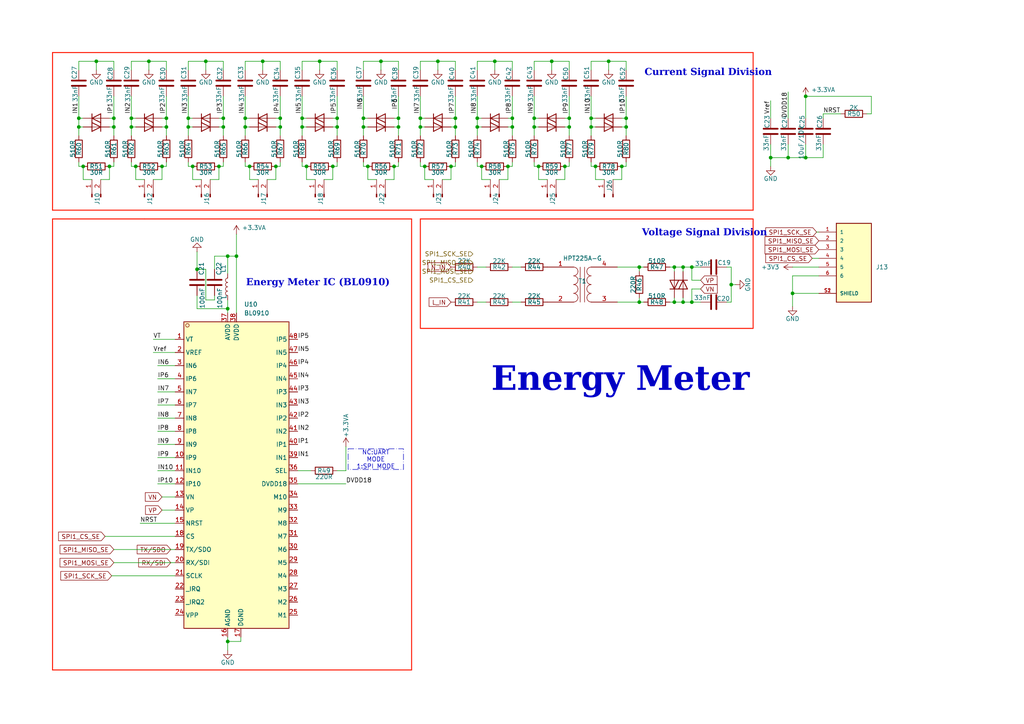
<source format=kicad_sch>
(kicad_sch (version 20231120) (generator "eeschema") (generator_version "8.0")
  (paper "A4")
  (junction (at 147.32 48.26))
  (junction (at 223.52 45.72))
  (junction (at 71.12 36.83))
  (junction (at 39.37 48.26))
  (junction (at 72.39 48.26))
  (junction (at 114.3 48.26))
  (junction (at 22.86 34.29))
  (junction (at 48.26 34.29))
  (junction (at 57.15 78.105))
  (junction (at 171.45 34.29))
  (junction (at 68.58 74.295))
  (junction (at 156.21 48.26))
  (junction (at 31.75 48.26))
  (junction (at 127 17.78))
  (junction (at 48.26 36.83))
  (junction (at 154.94 36.83))
  (junction (at 132.08 36.83))
  (junction (at 81.28 34.29))
  (junction (at 138.43 36.83))
  (junction (at 43.18 17.78))
  (junction (at 22.86 36.83))
  (junction (at 92.71 17.78))
  (junction (at 160.02 17.78))
  (junction (at 54.61 36.83))
  (junction (at 33.02 34.29))
  (junction (at 185.42 77.47))
  (junction (at 148.59 36.83))
  (junction (at 180.34 48.26))
  (junction (at 228.6 45.72))
  (junction (at 121.92 34.29))
  (junction (at 106.68 48.26))
  (junction (at 165.1 34.29))
  (junction (at 66.04 186.055))
  (junction (at 64.77 34.29))
  (junction (at 200.66 77.47))
  (junction (at 54.61 34.29))
  (junction (at 110.49 17.78))
  (junction (at 97.79 36.83))
  (junction (at 123.19 48.26))
  (junction (at 143.51 17.78))
  (junction (at 212.09 82.55))
  (junction (at 121.92 36.83))
  (junction (at 195.58 77.47))
  (junction (at 148.59 34.29))
  (junction (at 198.12 87.63))
  (junction (at 233.68 45.72))
  (junction (at 172.72 48.26))
  (junction (at 64.77 36.83))
  (junction (at 154.94 34.29))
  (junction (at 71.12 34.29))
  (junction (at 87.63 34.29))
  (junction (at 163.83 48.26))
  (junction (at 63.5 48.26))
  (junction (at 200.66 87.63))
  (junction (at 59.69 17.78))
  (junction (at 185.42 87.63))
  (junction (at 138.43 34.29))
  (junction (at 81.28 36.83))
  (junction (at 229.87 85.09))
  (junction (at 171.45 36.83))
  (junction (at 198.12 77.47))
  (junction (at 27.94 17.78))
  (junction (at 115.57 36.83))
  (junction (at 87.63 36.83))
  (junction (at 176.53 17.78))
  (junction (at 115.57 34.29))
  (junction (at 181.61 36.83))
  (junction (at 139.7 48.26))
  (junction (at 105.41 36.83))
  (junction (at 33.02 36.83))
  (junction (at 55.88 48.26))
  (junction (at 66.04 74.295))
  (junction (at 233.68 27.94))
  (junction (at 24.13 48.26))
  (junction (at 105.41 34.29))
  (junction (at 46.99 48.26))
  (junction (at 88.9 48.26))
  (junction (at 181.61 34.29))
  (junction (at 38.1 36.83))
  (junction (at 38.1 34.29))
  (junction (at 165.1 36.83))
  (junction (at 97.79 34.29))
  (junction (at 130.81 48.26))
  (junction (at 132.08 34.29))
  (junction (at 195.58 87.63))
  (junction (at 76.2 17.78))
  (junction (at 96.52 48.26))
  (junction (at 66.04 89.535))
  (junction (at 80.01 48.26))
  (wire (pts (xy 31.75 48.26) (xy 33.02 48.26)))
  (wire (pts (xy 46.99 36.83) (xy 48.26 36.83)))
  (wire (pts (xy 55.88 52.07) (xy 55.88 48.26)))
  (wire (pts (xy 54.61 17.78) (xy 54.61 20.32)))
  (wire (pts (xy 48.26 36.83) (xy 48.26 34.29)))
  (wire (pts (xy 123.19 52.07) (xy 123.19 48.26)))
  (wire (pts (xy 81.28 36.83) (xy 81.28 34.29)))
  (wire (pts (xy 92.71 17.78) (xy 87.63 17.78)))
  (wire (pts (xy 148.59 77.47) (xy 151.13 77.47)))
  (wire (pts (xy 180.34 52.07) (xy 180.34 48.26)))
  (wire (pts (xy 138.43 36.83) (xy 138.43 34.29)))
  (wire (pts (xy 46.99 48.26) (xy 48.26 48.26)))
  (wire (pts (xy 45.72 132.715) (xy 50.8 132.715)))
  (wire (pts (xy 71.12 36.83) (xy 71.12 34.29)))
  (wire (pts (xy 147.32 52.07) (xy 147.32 48.26)))
  (wire (pts (xy 128.27 52.07) (xy 130.81 52.07)))
  (wire (pts (xy 194.31 77.47) (xy 195.58 77.47)))
  (wire (pts (xy 71.12 46.99) (xy 71.12 48.26)))
  (wire (pts (xy 154.94 36.83) (xy 156.21 36.83)))
  (wire (pts (xy 198.12 87.63) (xy 200.66 87.63)))
  (wire (pts (xy 165.1 17.78) (xy 160.02 17.78)))
  (wire (pts (xy 115.57 17.78) (xy 110.49 17.78)))
  (wire (pts (xy 160.02 20.32) (xy 160.02 17.78)))
  (wire (pts (xy 130.81 48.26) (xy 132.08 48.26)))
  (wire (pts (xy 163.83 36.83) (xy 165.1 36.83)))
  (wire (pts (xy 180.34 36.83) (xy 181.61 36.83)))
  (wire (pts (xy 163.83 48.26) (xy 165.1 48.26)))
  (wire (pts (xy 185.42 86.36) (xy 185.42 87.63)))
  (wire (pts (xy 54.61 34.29) (xy 55.88 34.29)))
  (wire (pts (xy 127 20.32) (xy 127 17.78)))
  (wire (pts (xy 176.53 17.78) (xy 171.45 17.78)))
  (wire (pts (xy 81.28 17.78) (xy 76.2 17.78)))
  (wire (pts (xy 147.32 48.26) (xy 148.59 48.26)))
  (wire (pts (xy 233.68 41.91) (xy 233.68 45.72)))
  (wire (pts (xy 198.12 77.47) (xy 200.66 77.47)))
  (wire (pts (xy 105.41 39.37) (xy 105.41 36.83)))
  (wire (pts (xy 132.08 34.29) (xy 132.08 27.94)))
  (wire (pts (xy 223.52 48.26) (xy 223.52 45.72)))
  (wire (pts (xy 171.45 34.29) (xy 172.72 34.29)))
  (wire (pts (xy 111.76 52.07) (xy 114.3 52.07)))
  (wire (pts (xy 48.26 34.29) (xy 48.26 27.94)))
  (wire (pts (xy 236.855 67.31) (xy 237.49 67.31)))
  (wire (pts (xy 45.72 140.335) (xy 50.8 140.335)))
  (wire (pts (xy 43.18 17.78) (xy 38.1 17.78)))
  (wire (pts (xy 43.18 20.32) (xy 43.18 17.78)))
  (wire (pts (xy 22.86 34.29) (xy 22.86 27.94)))
  (wire (pts (xy 186.69 87.63) (xy 185.42 87.63)))
  (wire (pts (xy 74.93 52.07) (xy 72.39 52.07)))
  (wire (pts (xy 97.79 39.37) (xy 97.79 36.83)))
  (wire (pts (xy 45.72 121.285) (xy 50.8 121.285)))
  (wire (pts (xy 195.58 86.36) (xy 195.58 87.63)))
  (wire (pts (xy 223.52 45.72) (xy 223.52 41.91)))
  (wire (pts (xy 71.12 36.83) (xy 72.39 36.83)))
  (wire (pts (xy 62.23 86.995) (xy 59.69 86.995)))
  (wire (pts (xy 87.63 36.83) (xy 88.9 36.83)))
  (wire (pts (xy 26.67 52.07) (xy 24.13 52.07)))
  (wire (pts (xy 165.1 20.32) (xy 165.1 17.78)))
  (wire (pts (xy 45.72 136.525) (xy 50.8 136.525)))
  (wire (pts (xy 142.24 52.07) (xy 139.7 52.07)))
  (wire (pts (xy 110.49 17.78) (xy 105.41 17.78)))
  (wire (pts (xy 121.92 36.83) (xy 123.19 36.83)))
  (wire (pts (xy 238.76 33.02) (xy 243.84 33.02)))
  (wire (pts (xy 105.41 34.29) (xy 105.41 27.94)))
  (wire (pts (xy 123.19 48.26) (xy 121.92 48.26)))
  (wire (pts (xy 200.66 77.47) (xy 203.2 77.47)))
  (wire (pts (xy 90.17 136.525) (xy 86.36 136.525)))
  (wire (pts (xy 114.3 36.83) (xy 115.57 36.83)))
  (wire (pts (xy 97.79 36.83) (xy 97.79 34.29)))
  (wire (pts (xy 76.2 20.32) (xy 76.2 17.78)))
  (wire (pts (xy 154.94 17.78) (xy 154.94 20.32)))
  (wire (pts (xy 233.68 27.94) (xy 233.68 34.29)))
  (wire (pts (xy 38.1 17.78) (xy 38.1 20.32)))
  (wire (pts (xy 71.12 17.78) (xy 71.12 20.32)))
  (wire (pts (xy 71.12 34.29) (xy 72.39 34.29)))
  (wire (pts (xy 45.72 113.665) (xy 50.8 113.665)))
  (wire (pts (xy 68.58 74.295) (xy 68.58 90.805)))
  (wire (pts (xy 233.68 27.94) (xy 252.73 27.94)))
  (wire (pts (xy 179.07 77.47) (xy 185.42 77.47)))
  (wire (pts (xy 80.01 36.83) (xy 81.28 36.83)))
  (wire (pts (xy 71.12 39.37) (xy 71.12 36.83)))
  (wire (pts (xy 105.41 17.78) (xy 105.41 20.32)))
  (wire (pts (xy 212.09 87.63) (xy 210.82 87.63)))
  (wire (pts (xy 48.26 20.32) (xy 48.26 17.78)))
  (wire (pts (xy 237.49 80.01) (xy 229.87 80.01)))
  (wire (pts (xy 60.96 52.07) (xy 63.5 52.07)))
  (wire (pts (xy 71.12 34.29) (xy 71.12 27.94)))
  (wire (pts (xy 138.43 36.83) (xy 139.7 36.83)))
  (wire (pts (xy 171.45 36.83) (xy 171.45 34.29)))
  (wire (pts (xy 45.72 106.045) (xy 50.8 106.045)))
  (wire (pts (xy 165.1 36.83) (xy 165.1 34.29)))
  (wire (pts (xy 198.12 86.36) (xy 198.12 87.63)))
  (wire (pts (xy 54.61 39.37) (xy 54.61 36.83)))
  (wire (pts (xy 181.61 34.29) (xy 181.61 27.94)))
  (wire (pts (xy 31.75 36.83) (xy 33.02 36.83)))
  (wire (pts (xy 229.87 85.09) (xy 229.87 88.9)))
  (wire (pts (xy 57.15 85.725) (xy 57.15 89.535)))
  (wire (pts (xy 132.08 39.37) (xy 132.08 36.83)))
  (polyline (pts (xy 41.91 63.5) (xy 119.38 63.5)) (stroke (width 0.3) (type solid) (color 255 34 15 1)))
  (wire (pts (xy 24.13 48.26) (xy 22.86 48.26)))
  (wire (pts (xy 62.23 74.295) (xy 66.04 74.295)))
  (wire (pts (xy 27.94 20.32) (xy 27.94 17.78)))
  (wire (pts (xy 115.57 34.29) (xy 115.57 27.94)))
  (wire (pts (xy 33.02 36.83) (xy 33.02 34.29)))
  (wire (pts (xy 203.2 81.28) (xy 200.66 81.28)))
  (wire (pts (xy 171.45 17.78) (xy 171.45 20.32)))
  (wire (pts (xy 121.92 34.29) (xy 121.92 27.94)))
  (wire (pts (xy 132.08 36.83) (xy 132.08 34.29)))
  (wire (pts (xy 46.99 147.955) (xy 50.8 147.955)))
  (wire (pts (xy 87.63 46.99) (xy 87.63 48.26)))
  (wire (pts (xy 238.76 41.91) (xy 238.76 45.72)))
  (wire (pts (xy 62.23 85.725) (xy 62.23 86.995)))
  (wire (pts (xy 69.85 184.785) (xy 69.85 186.055)))
  (wire (pts (xy 39.37 52.07) (xy 39.37 48.26)))
  (wire (pts (xy 228.6 26.67) (xy 228.6 34.29)))
  (wire (pts (xy 156.21 52.07) (xy 156.21 48.26)))
  (wire (pts (xy 110.49 20.32) (xy 110.49 17.78)))
  (wire (pts (xy 177.8 52.07) (xy 180.34 52.07)))
  (wire (pts (xy 59.69 86.995) (xy 59.69 78.105)))
  (polyline (pts (xy 41.91 63.5) (xy 15.24 63.5)) (stroke (width 0.3) (type solid) (color 255 34 15 1)))
  (wire (pts (xy 24.13 52.07) (xy 24.13 48.26)))
  (wire (pts (xy 30.48 155.575) (xy 50.8 155.575)))
  (wire (pts (xy 148.59 20.32) (xy 148.59 17.78)))
  (wire (pts (xy 97.79 34.29) (xy 97.79 27.94)))
  (wire (pts (xy 33.02 17.78) (xy 27.94 17.78)))
  (wire (pts (xy 31.75 34.29) (xy 33.02 34.29)))
  (wire (pts (xy 44.45 52.07) (xy 46.99 52.07)))
  (wire (pts (xy 64.77 34.29) (xy 64.77 27.94)))
  (wire (pts (xy 33.02 39.37) (xy 33.02 36.83)))
  (polyline (pts (xy 119.38 194.31) (xy 119.38 63.5)) (stroke (width 0.3) (type solid) (color 255 34 15 1)))
  (wire (pts (xy 63.5 52.07) (xy 63.5 48.26)))
  (wire (pts (xy 147.32 36.83) (xy 148.59 36.83)))
  (wire (pts (xy 66.04 186.055) (xy 66.04 184.785)))
  (wire (pts (xy 138.43 77.47) (xy 140.97 77.47)))
  (wire (pts (xy 171.45 34.29) (xy 171.45 27.94)))
  (wire (pts (xy 81.28 46.99) (xy 81.28 48.26)))
  (wire (pts (xy 96.52 34.29) (xy 97.79 34.29)))
  (wire (pts (xy 115.57 39.37) (xy 115.57 36.83)))
  (wire (pts (xy 175.26 52.07) (xy 172.72 52.07)))
  (wire (pts (xy 238.76 45.72) (xy 233.68 45.72)))
  (wire (pts (xy 87.63 39.37) (xy 87.63 36.83)))
  (wire (pts (xy 114.3 48.26) (xy 115.57 48.26)))
  (wire (pts (xy 154.94 39.37) (xy 154.94 36.83)))
  (wire (pts (xy 154.94 34.29) (xy 156.21 34.29)))
  (wire (pts (xy 172.72 48.26) (xy 171.45 48.26)))
  (wire (pts (xy 59.69 78.105) (xy 57.15 78.105)))
  (wire (pts (xy 156.21 48.26) (xy 154.94 48.26)))
  (polyline (pts (xy 15.24 60.96) (xy 15.24 15.24)) (stroke (width 0.3) (type solid) (color 255 34 15 1)))
  (wire (pts (xy 106.68 52.07) (xy 106.68 48.26)))
  (wire (pts (xy 54.61 34.29) (xy 54.61 27.94)))
  (wire (pts (xy 198.12 77.47) (xy 198.12 78.74)))
  (wire (pts (xy 87.63 36.83) (xy 87.63 34.29)))
  (wire (pts (xy 38.1 36.83) (xy 39.37 36.83)))
  (wire (pts (xy 121.92 36.83) (xy 121.92 34.29)))
  (wire (pts (xy 158.75 52.07) (xy 156.21 52.07)))
  (wire (pts (xy 132.08 20.32) (xy 132.08 17.78)))
  (wire (pts (xy 48.26 46.99) (xy 48.26 48.26)))
  (wire (pts (xy 171.45 39.37) (xy 171.45 36.83)))
  (wire (pts (xy 88.9 52.07) (xy 88.9 48.26)))
  (wire (pts (xy 139.7 48.26) (xy 138.43 48.26)))
  (wire (pts (xy 92.71 20.32) (xy 92.71 17.78)))
  (wire (pts (xy 41.91 52.07) (xy 39.37 52.07)))
  (wire (pts (xy 148.59 36.83) (xy 148.59 34.29)))
  (wire (pts (xy 33.02 163.195) (xy 50.8 163.195)))
  (wire (pts (xy 64.77 17.78) (xy 59.69 17.78)))
  (wire (pts (xy 185.42 77.47) (xy 185.42 78.74)))
  (wire (pts (xy 33.02 46.99) (xy 33.02 48.26)))
  (wire (pts (xy 163.83 34.29) (xy 165.1 34.29)))
  (wire (pts (xy 203.2 83.82) (xy 200.66 83.82)))
  (wire (pts (xy 93.98 52.07) (xy 96.52 52.07)))
  (wire (pts (xy 22.86 34.29) (xy 24.13 34.29)))
  (wire (pts (xy 143.51 17.78) (xy 138.43 17.78)))
  (polyline (pts (xy 15.24 15.24) (xy 218.44 15.24)) (stroke (width 0.3) (type solid) (color 255 34 15 1)))
  (wire (pts (xy 87.63 17.78) (xy 87.63 20.32)))
  (wire (pts (xy 48.26 17.78) (xy 43.18 17.78)))
  (wire (pts (xy 54.61 36.83) (xy 55.88 36.83)))
  (wire (pts (xy 80.01 48.26) (xy 81.28 48.26)))
  (wire (pts (xy 138.43 87.63) (xy 140.97 87.63)))
  (wire (pts (xy 139.7 52.07) (xy 139.7 48.26)))
  (wire (pts (xy 132.08 46.99) (xy 132.08 48.26)))
  (wire (pts (xy 161.29 52.07) (xy 163.83 52.07)))
  (wire (pts (xy 22.86 46.99) (xy 22.86 48.26)))
  (wire (pts (xy 63.5 36.83) (xy 64.77 36.83)))
  (wire (pts (xy 125.73 52.07) (xy 123.19 52.07)))
  (wire (pts (xy 138.43 17.78) (xy 138.43 20.32)))
  (wire (pts (xy 77.47 52.07) (xy 80.01 52.07)))
  (wire (pts (xy 229.87 85.09) (xy 237.49 85.09)))
  (wire (pts (xy 105.41 36.83) (xy 105.41 34.29)))
  (wire (pts (xy 81.28 39.37) (xy 81.28 36.83)))
  (wire (pts (xy 64.77 20.32) (xy 64.77 17.78)))
  (wire (pts (xy 105.41 46.99) (xy 105.41 48.26)))
  (wire (pts (xy 80.01 52.07) (xy 80.01 48.26)))
  (wire (pts (xy 163.83 52.07) (xy 163.83 48.26)))
  (wire (pts (xy 59.69 20.32) (xy 59.69 17.78)))
  (wire (pts (xy 212.09 77.47) (xy 210.82 77.47)))
  (wire (pts (xy 186.69 77.47) (xy 185.42 77.47)))
  (polyline (pts (xy 218.44 15.24) (xy 218.44 60.96)) (stroke (width 0.3) (type solid) (color 255 34 15 1)))
  (wire (pts (xy 38.1 34.29) (xy 38.1 27.94)))
  (wire (pts (xy 87.63 34.29) (xy 87.63 27.94)))
  (wire (pts (xy 138.43 46.99) (xy 138.43 48.26)))
  (wire (pts (xy 72.39 52.07) (xy 72.39 48.26)))
  (wire (pts (xy 44.45 102.235) (xy 50.8 102.235)))
  (wire (pts (xy 46.99 34.29) (xy 48.26 34.29)))
  (wire (pts (xy 66.04 89.535) (xy 66.04 90.805)))
  (wire (pts (xy 200.66 87.63) (xy 203.2 87.63)))
  (wire (pts (xy 46.99 52.07) (xy 46.99 48.26)))
  (wire (pts (xy 176.53 20.32) (xy 176.53 17.78)))
  (wire (pts (xy 228.6 41.91) (xy 228.6 45.72)))
  (wire (pts (xy 115.57 36.83) (xy 115.57 34.29)))
  (wire (pts (xy 181.61 36.83) (xy 181.61 34.29)))
  (wire (pts (xy 32.385 167.005) (xy 50.8 167.005)))
  (wire (pts (xy 22.86 36.83) (xy 22.86 34.29)))
  (wire (pts (xy 31.75 52.07) (xy 31.75 48.26)))
  (wire (pts (xy 212.09 82.55) (xy 213.36 82.55)))
  (wire (pts (xy 165.1 34.29) (xy 165.1 27.94)))
  (wire (pts (xy 212.09 77.47) (xy 212.09 82.55)))
  (wire (pts (xy 62.23 78.105) (xy 62.23 74.295)))
  (wire (pts (xy 132.08 17.78) (xy 127 17.78)))
  (wire (pts (xy 33.02 20.32) (xy 33.02 17.78)))
  (polyline (pts (xy 218.44 60.96) (xy 92.71 60.96)) (stroke (width 0.3) (type solid) (color 255 34 15 1)))
  (wire (pts (xy 160.02 17.78) (xy 154.94 17.78)))
  (wire (pts (xy 181.61 17.78) (xy 176.53 17.78)))
  (wire (pts (xy 148.59 17.78) (xy 143.51 17.78)))
  (wire (pts (xy 180.34 34.29) (xy 181.61 34.29)))
  (wire (pts (xy 115.57 46.99) (xy 115.57 48.26)))
  (wire (pts (xy 238.76 34.29) (xy 238.76 33.02)))
  (wire (pts (xy 130.81 34.29) (xy 132.08 34.29)))
  (wire (pts (xy 233.68 45.72) (xy 228.6 45.72)))
  (polyline (pts (xy 15.24 60.96) (xy 92.71 60.96)) (stroke (width 0.3) (type solid) (color 255 34 15 1)))
  (wire (pts (xy 57.15 73.025) (xy 57.15 78.105)))
  (wire (pts (xy 138.43 34.29) (xy 138.43 27.94)))
  (wire (pts (xy 96.52 52.07) (xy 96.52 48.26)))
  (wire (pts (xy 200.66 81.28) (xy 200.66 77.47)))
  (wire (pts (xy 229.87 80.01) (xy 229.87 85.09)))
  (wire (pts (xy 22.86 17.78) (xy 22.86 20.32)))
  (wire (pts (xy 44.45 98.425) (xy 50.8 98.425)))
  (wire (pts (xy 148.59 87.63) (xy 151.13 87.63)))
  (wire (pts (xy 154.94 34.29) (xy 154.94 27.94)))
  (wire (pts (xy 38.1 46.99) (xy 38.1 48.26)))
  (wire (pts (xy 64.77 39.37) (xy 64.77 36.83)))
  (wire (pts (xy 181.61 46.99) (xy 181.61 48.26)))
  (wire (pts (xy 121.92 39.37) (xy 121.92 36.83)))
  (wire (pts (xy 69.85 186.055) (xy 66.04 186.055)))
  (wire (pts (xy 121.92 34.29) (xy 123.19 34.29)))
  (wire (pts (xy 68.58 67.945) (xy 68.58 74.295)))
  (wire (pts (xy 172.72 52.07) (xy 172.72 48.26)))
  (wire (pts (xy 115.57 20.32) (xy 115.57 17.78)))
  (wire (pts (xy 96.52 48.26) (xy 97.79 48.26)))
  (wire (pts (xy 76.2 17.78) (xy 71.12 17.78)))
  (wire (pts (xy 45.72 117.475) (xy 50.8 117.475)))
  (wire (pts (xy 114.3 34.29) (xy 115.57 34.29)))
  (wire (pts (xy 45.72 128.905) (xy 50.8 128.905)))
  (wire (pts (xy 88.9 48.26) (xy 87.63 48.26)))
  (wire (pts (xy 81.28 34.29) (xy 81.28 27.94)))
  (wire (pts (xy 57.15 89.535) (xy 66.04 89.535)))
  (wire (pts (xy 100.33 129.54) (xy 100.33 136.525)))
  (wire (pts (xy 114.3 52.07) (xy 114.3 48.26)))
  (wire (pts (xy 121.92 17.78) (xy 121.92 20.32)))
  (wire (pts (xy 100.33 136.525) (xy 97.79 136.525)))
  (wire (pts (xy 185.42 87.63) (xy 179.07 87.63)))
  (wire (pts (xy 80.01 34.29) (xy 81.28 34.29)))
  (wire (pts (xy 22.86 39.37) (xy 22.86 36.83)))
  (wire (pts (xy 144.78 52.07) (xy 147.32 52.07)))
  (wire (pts (xy 54.61 36.83) (xy 54.61 34.29)))
  (wire (pts (xy 127 17.78) (xy 121.92 17.78)))
  (wire (pts (xy 87.63 34.29) (xy 88.9 34.29)))
  (wire (pts (xy 109.22 52.07) (xy 106.68 52.07)))
  (wire (pts (xy 138.43 34.29) (xy 139.7 34.29)))
  (wire (pts (xy 97.79 46.99) (xy 97.79 48.26)))
  (wire (pts (xy 63.5 48.26) (xy 64.77 48.26)))
  (wire (pts (xy 58.42 52.07) (xy 55.88 52.07)))
  (wire (pts (xy 33.02 159.385) (xy 50.8 159.385)))
  (wire (pts (xy 66.04 74.295) (xy 68.58 74.295)))
  (wire (pts (xy 180.34 48.26) (xy 181.61 48.26)))
  (wire (pts (xy 29.21 52.07) (xy 31.75 52.07)))
  (wire (pts (xy 195.58 77.47) (xy 195.58 78.74)))
  (wire (pts (xy 251.46 33.02) (xy 252.73 33.02)))
  (wire (pts (xy 59.69 17.78) (xy 54.61 17.78)))
  (wire (pts (xy 229.87 77.47) (xy 237.49 77.47)))
  (wire (pts (xy 45.72 109.855) (xy 50.8 109.855)))
  (wire (pts (xy 194.31 87.63) (xy 195.58 87.63)))
  (wire (pts (xy 148.59 46.99) (xy 148.59 48.26)))
  (wire (pts (xy 148.59 39.37) (xy 148.59 36.83)))
  (wire (pts (xy 100.33 140.335) (xy 86.36 140.335)))
  (wire (pts (xy 171.45 36.83) (xy 172.72 36.83)))
  (wire (pts (xy 81.28 20.32) (xy 81.28 17.78)))
  (wire (pts (xy 235.585 74.93) (xy 237.49 74.93)))
  (wire (pts (xy 96.52 36.83) (xy 97.79 36.83)))
  (wire (pts (xy 40.64 151.765) (xy 50.8 151.765)))
  (wire (pts (xy 200.66 83.82) (xy 200.66 87.63)))
  (polyline (pts (xy 15.24 194.31) (xy 119.38 194.31)) (stroke (width 0.3) (type solid) (color 255 34 15 1)))
  (wire (pts (xy 148.59 34.29) (xy 148.59 27.94)))
  (wire (pts (xy 212.09 82.55) (xy 212.09 87.63)))
  (wire (pts (xy 195.58 87.63) (xy 198.12 87.63)))
  (wire (pts (xy 130.81 36.83) (xy 132.08 36.83)))
  (wire (pts (xy 38.1 36.83) (xy 38.1 34.29)))
  (polyline (pts (xy 15.24 63.5) (xy 15.24 194.31)) (stroke (width 0.3) (type solid) (color 255 34 15 1)))
  (wire (pts (xy 181.61 39.37) (xy 181.61 36.83)))
  (wire (pts (xy 66.04 79.375) (xy 66.04 74.295)))
  (wire (pts (xy 138.43 39.37) (xy 138.43 36.83)))
  (wire (pts (xy 27.94 17.78) (xy 22.86 17.78)))
  (wire (pts (xy 252.73 33.02) (xy 252.73 27.94)))
  (wire (pts (xy 165.1 46.99) (xy 165.1 48.26)))
  (wire (pts (xy 39.37 48.26) (xy 38.1 48.26)))
  (wire (pts (xy 66.04 188.595) (xy 66.04 186.055)))
  (wire (pts (xy 66.04 86.995) (xy 66.04 89.535)))
  (wire (pts (xy 130.81 52.07) (xy 130.81 48.26)))
  (wire (pts (xy 154.94 36.83) (xy 154.94 34.29)))
  (wire (pts (xy 97.79 17.78) (xy 92.71 17.78)))
  (wire (pts (xy 48.26 39.37) (xy 48.26 36.83)))
  (wire (pts (xy 97.79 20.32) (xy 97.79 17.78)))
  (wire (pts (xy 223.52 29.21) (xy 223.52 34.29)))
  (wire (pts (xy 195.58 77.47) (xy 198.12 77.47)))
  (wire (pts (xy 171.45 46.99) (xy 171.45 48.26)))
  (wire (pts (xy 181.61 20.32) (xy 181.61 17.78)))
  (wire (pts (xy 105.41 36.83) (xy 106.68 36.83)))
  (wire (pts (xy 165.1 39.37) (xy 165.1 36.83)))
  (wire (pts (xy 38.1 39.37) (xy 38.1 36.83)))
  (wire (pts (xy 154.94 46.99) (xy 154.94 48.26)))
  (wire (pts (xy 55.88 48.26) (xy 54.61 48.26)))
  (wire (pts (xy 143.51 20.32) (xy 143.51 17.78)))
  (wire (pts (xy 121.92 46.99) (xy 121.92 48.26)))
  (wire (pts (xy 72.39 48.26) (xy 71.12 48.26)))
  (wire (pts (xy 64.77 46.99) (xy 64.77 48.26)))
  (wire (pts (xy 54.61 46.99) (xy 54.61 48.26)))
  (wire (pts (xy 106.68 48.26) (xy 105.41 48.26)))
  (wire (pts (xy 33.02 34.29) (xy 33.02 27.94)))
  (wire (pts (xy 63.5 34.29) (xy 64.77 34.29)))
  (wire (pts (xy 105.41 34.29) (xy 106.68 34.29)))
  (wire (pts (xy 45.72 125.095) (xy 50.8 125.095)))
  (wire (pts (xy 38.1 34.29) (xy 39.37 34.29)))
  (wire (pts (xy 46.99 144.145) (xy 50.8 144.145)))
  (wire (pts (xy 91.44 52.07) (xy 88.9 52.07)))
  (wire (pts (xy 64.77 36.83) (xy 64.77 34.29)))
  (wire (pts (xy 22.86 36.83) (xy 24.13 36.83)))
  (wire (pts (xy 147.32 34.29) (xy 148.59 34.29)))
  (wire (pts (xy 228.6 45.72) (xy 223.52 45.72)))
  (rectangle (start 121.92 63.5) (end 218.44 95.25) (stroke (width 0.3) (color 255 34 15 1)))
  (text_box "NC:UART MODE \n1:SPI MODE" (at 100.965 130.175 0) (size 16.0557 5.9929) (stroke (width 0) (type dash_dot)) (effects (font (size 1.27 1.27))))
  (text "Energy Meter" (at 142.494 116.332 0) (effects (font (size 7 7) (thickness 0.3) (bold yes)) (justify left bottom)))
  (text "Voltage Signal Division" (at 186.182 69.342 0) (effects (font (size 2 2) (thickness 0.3) (bold yes)) (justify left bottom)))
  (text "Current Signal Division" (at 186.944 22.86 0) (effects (font (size 2 2) (thickness 0.3) (bold yes)) (justify left bottom)))
  (text "Energy Meter IC (BL0910)" (at 71.374 83.82 0) (effects (font (size 2 2) (thickness 0.3) (bold yes)) (justify left bottom)))
  (label "IP3" (at 64.77 33.02 90))
  (label "IP8" (at 45.72 125.095 0))
  (label "Vref" (at 44.45 102.235 0))
  (label "IP8" (at 148.59 33.02 90))
  (label "IN3" (at 54.61 33.02 90))
  (label "DVDD18" (at 100.33 140.335 0))
  (label "IP10" (at 45.72 140.335 0))
  (label "IN7" (at 121.92 33.02 90))
  (label "IN6" (at 105.41 31.75 90))
  (label "IN5" (at 86.36 102.235 0))
  (label "IP9" (at 45.72 132.715 0))
  (label "IN6" (at 45.72 106.045 0))
  (label "IP2" (at 48.26 33.02 90))
  (label "IP4" (at 86.36 106.045 0))
  (label "IN10" (at 45.72 136.525 0))
  (label "IN7" (at 45.72 113.665 0))
  (label "IP4" (at 81.28 33.02 90))
  (label "IP1" (at 33.02 33.02 90))
  (label "IN8" (at 138.43 33.02 90))
  (label "IN9" (at 45.72 128.905 0))
  (label "IP10" (at 181.61 33.02 90))
  (label "DVDD18" (at 228.6 26.67 270))
  (label "IP5" (at 86.36 98.425 0))
  (label "IN1" (at 22.86 33.02 90))
  (label "IN2" (at 38.1 33.02 90))
  (label "VT" (at 44.45 98.425 0))
  (label "IP7" (at 132.08 33.02 90))
  (label "IP6" (at 115.57 31.75 90))
  (label "IP6" (at 45.72 109.855 0))
  (label "NRST" (at 238.76 33.02 0))
  (label "NRST" (at 40.64 151.765 0))
  (label "IP1" (at 86.36 128.905 0))
  (label "IN5" (at 87.63 33.02 90))
  (label "IN4" (at 86.36 109.855 0))
  (label "IP7" (at 45.72 117.475 0))
  (label "Vref" (at 223.52 29.21 270))
  (label "IN2" (at 86.36 125.095 0))
  (label "IP2" (at 86.36 121.285 0))
  (label "IP3" (at 86.36 113.665 0))
  (label "IN4" (at 71.12 33.02 90))
  (label "IN8" (at 45.72 121.285 0))
  (label "IP5" (at 97.79 33.02 90))
  (label "IN10" (at 171.45 33.02 90))
  (label "IN9" (at 154.94 33.02 90))
  (label "IN3" (at 86.36 117.475 0))
  (label "IN1" (at 86.36 132.715 0))
  (label "IP9" (at 165.1 33.02 90))
  (global_label "SPI1_CS_SE" (shape input) (at 30.48 155.575 180) (property "Intersheetrefs" "${INTERSHEET_REFS}" (effects (hide yes))))
  (global_label "SPI1_MISO_SE" (shape input) (at 237.49 69.85 180) (property "Intersheetrefs" "${INTERSHEET_REFS}" (effects (hide yes))))
  (global_label "N_IN" (shape input) (at 130.81 77.47 180) (property "Intersheetrefs" "${INTERSHEET_REFS}" (effects (hide yes))))
  (global_label "SPI1_MOSI_SE" (shape input) (at 237.49 72.39 180) (property "Intersheetrefs" "${INTERSHEET_REFS}" (effects (hide yes))))
  (global_label "SPI1_CS_SE" (shape input) (at 235.585 74.93 180) (property "Intersheetrefs" "${INTERSHEET_REFS}" (effects (hide yes))))
  (global_label "SPI1_SCK_SE" (shape input) (at 236.855 67.31 180) (property "Intersheetrefs" "${INTERSHEET_REFS}" (effects (hide yes))))
  (global_label "SPI1_MISO_SE" (shape input) (at 33.02 159.385 180) (property "Intersheetrefs" "${INTERSHEET_REFS}" (effects (hide yes))))
  (global_label "VP" (shape input) (at 203.2 81.28 0) (property "Intersheetrefs" "${INTERSHEET_REFS}" (effects (hide yes))))
  (global_label "TX/SDO" (shape input) (at 49.53 159.385 180) (property "Intersheetrefs" "${INTERSHEET_REFS}" (effects (hide yes))))
  (global_label "SPI1_SCK_SE" (shape input) (at 32.385 167.005 180) (property "Intersheetrefs" "${INTERSHEET_REFS}" (effects (hide yes))))
  (global_label "VP" (shape input) (at 46.99 147.955 180) (property "Intersheetrefs" "${INTERSHEET_REFS}" (effects (hide yes))))
  (global_label "VN" (shape input) (at 46.99 144.145 180) (property "Intersheetrefs" "${INTERSHEET_REFS}" (effects (hide yes))))
  (global_label "RX/SDI" (shape input) (at 49.53 163.195 180) (property "Intersheetrefs" "${INTERSHEET_REFS}" (effects (hide yes))))
  (global_label "SPI1_MOSI_SE" (shape input) (at 33.02 163.195 180) (property "Intersheetrefs" "${INTERSHEET_REFS}" (effects (hide yes))))
  (global_label "VN" (shape input) (at 203.2 83.82 0) (property "Intersheetrefs" "${INTERSHEET_REFS}" (effects (hide yes))))
  (global_label "L_IN" (shape input) (at 130.81 87.63 180) (property "Intersheetrefs" "${INTERSHEET_REFS}" (effects (hide yes))))
  (hierarchical_label "SPI1_MOSI_SE" (shape input) (at 137.16 78.74 180))
  (hierarchical_label "SPI1_CS_SE" (shape input) (at 137.16 81.28 180))
  (hierarchical_label "SPI1_MISO_SE" (shape input) (at 137.16 76.2 180))
  (hierarchical_label "SPI1_SCK_SE" (shape input) (at 137.16 73.66 180))
  (symbol (lib_id "power:GND") (at 213.36 82.55 90) (unit 1)
    (property "Reference" "#PWR053" (effects (hide yes)))
    (property "Value" "GND" (at 216.916 82.55 0))
    (property "Description" "Power symbol creates a global label with name \"GND\" , ground" (effects (hide yes)))
  )
  (symbol (lib_id "Device:R") (at 105.41 43.18 180) (unit 1)
    (property "Reference" "R70" (at 105.41 43.18 90))
    (property "Value" "510R" (at 103.632 43.18 90))
    (property "Footprint" "Resistor_SMD:R_0603_1608Metric" (effects (hide yes)))
    (property "Description" "Resistor" (effects (hide yes)))
  )
  (symbol (lib_id "Diode:1N4148WS") (at 143.51 34.29 0) (unit 1)
    (property "Reference" "D28" (effects (hide yes)))
    (property "Value" "1N4148WS" (effects (hide yes)))
    (property "Footprint" "Diode_SMD:D_SOD-323" (effects (hide yes)))
    (property "Datasheet" "https://www.vishay.com/docs/85751/1n4148ws.pdf" (effects (hide yes)))
    (property "Description" "75V 0.15A Fast switching Diode, SOD-323" (effects (hide yes)))
    (property "Sim.Device" "D" (effects (hide yes)))
    (property "Sim.Pins" "1=K 2=A" (effects (hide yes)))
  )
  (symbol (lib_id "Device:R") (at 190.5 87.63 90) (unit 1)
    (property "Reference" "R48" (at 190.5 87.63 90))
    (property "Value" "510R" (at 190.5 85.852 90))
    (property "Footprint" "Resistor_SMD:R_0603_1608Metric" (effects (hide yes)))
    (property "Description" "Resistor" (effects (hide yes)))
  )
  (symbol (lib_id "Device:C") (at 48.26 24.13 180) (unit 1)
    (property "Reference" "C30" (at 47.244 21.336 90))
    (property "Value" "33nF" (at 46.99 27.432 90))
    (property "Footprint" "Capacitor_SMD:C_0603_1608Metric" (effects (hide yes)))
    (property "Description" "Unpolarized capacitor" (effects (hide yes)))
  )
  (symbol (lib_id "power:GND") (at 66.04 188.595 0) (unit 1)
    (property "Reference" "#PWR055" (effects (hide yes)))
    (property "Value" "GND" (at 66.04 192.151 0))
    (property "Description" "Power symbol creates a global label with name \"GND\" , ground" (effects (hide yes)))
  )
  (symbol (lib_id "Device:R") (at 59.69 48.26 270) (unit 1)
    (property "Reference" "R53" (at 59.69 48.26 90))
    (property "Value" "30R" (at 59.69 50.038 90))
    (property "Footprint" "Resistor_SMD:R_0603_1608Metric" (effects (hide yes)))
    (property "Description" "Resistor" (effects (hide yes)))
  )
  (symbol (lib_id "Device:R") (at 185.42 82.55 180) (unit 1)
    (property "Reference" "R46" (at 185.42 82.55 90))
    (property "Value" "220R" (at 183.642 82.55 90))
    (property "Footprint" "Resistor_SMD:R_0603_1608Metric" (effects (hide yes)))
    (property "Description" "Resistor" (effects (hide yes)))
  )
  (symbol (lib_id "Device:R") (at 81.28 43.18 180) (unit 1)
    (property "Reference" "R67" (at 81.28 43.18 90))
    (property "Value" "510R" (at 79.502 43.18 90))
    (property "Footprint" "Resistor_SMD:R_0603_1608Metric" (effects (hide yes)))
    (property "Description" "Resistor" (effects (hide yes)))
  )
  (symbol (lib_id "power:GND") (at 92.71 20.32 0) (unit 1)
    (property "Reference" "#PWR064" (effects (hide yes)))
    (property "Value" "GND" (at 92.71 23.876 0))
    (property "Description" "Power symbol creates a global label with name \"GND\" , ground" (effects (hide yes)))
  )
  (symbol (lib_id "Connector:Conn_01x02_Pin") (at 125.73 57.15 90) (unit 1)
    (property "Reference" "J23" (at 127.254 57.658 0))
    (property "Value" "Conn_01x02_Pin" (effects (hide yes)))
    (property "Footprint" "Connector_JST:JST_XH_B2B-XH-A_1x02_P2.50mm_Vertical" (effects (hide yes)))
    (property "Description" "Generic connector, single row, 01x02, script generated" (effects (hide yes)))
  )
  (symbol (lib_id "Connector:Conn_01x02_Pin") (at 91.44 57.15 90) (unit 1)
    (property "Reference" "J18" (at 92.964 57.658 0))
    (property "Value" "Conn_01x02_Pin" (effects (hide yes)))
    (property "Footprint" "Connector_JST:JST_XH_B2B-XH-A_1x02_P2.50mm_Vertical" (effects (hide yes)))
    (property "Description" "Generic connector, single row, 01x02, script generated" (effects (hide yes)))
  )
  (symbol (lib_id "power:GND") (at 176.53 20.32 0) (unit 1)
    (property "Reference" "#PWR069" (effects (hide yes)))
    (property "Value" "GND" (at 176.53 23.876 0))
    (property "Description" "Power symbol creates a global label with name \"GND\" , ground" (effects (hide yes)))
  )
  (symbol (lib_id "Diode:1N4148WS") (at 110.49 36.83 180) (unit 1)
    (property "Reference" "D17" (effects (hide yes)))
    (property "Value" "1N4148WS" (effects (hide yes)))
    (property "Footprint" "Diode_SMD:D_SOD-323" (effects (hide yes)))
    (property "Datasheet" "https://www.vishay.com/docs/85751/1n4148ws.pdf" (effects (hide yes)))
    (property "Description" "75V 0.15A Fast switching Diode, SOD-323" (effects (hide yes)))
    (property "Sim.Device" "D" (effects (hide yes)))
    (property "Sim.Pins" "1=K 2=A" (effects (hide yes)))
  )
  (symbol (lib_id "Device:C") (at 81.28 24.13 180) (unit 1)
    (property "Reference" "C34" (at 80.264 21.336 90))
    (property "Value" "33nF" (at 80.01 27.432 90))
    (property "Footprint" "Capacitor_SMD:C_0603_1608Metric" (effects (hide yes)))
    (property "Description" "Unpolarized capacitor" (effects (hide yes)))
  )
  (symbol (lib_id "Device:R") (at 148.59 43.18 180) (unit 1)
    (property "Reference" "R75" (at 148.59 43.18 90))
    (property "Value" "510R" (at 146.812 43.18 90))
    (property "Footprint" "Resistor_SMD:R_0603_1608Metric" (effects (hide yes)))
    (property "Description" "Resistor" (effects (hide yes)))
  )
  (symbol (lib_id "Connector:Conn_01x02_Pin") (at 158.75 57.15 90) (unit 1)
    (property "Reference" "J25" (at 160.274 57.658 0))
    (property "Value" "Conn_01x02_Pin" (effects (hide yes)))
    (property "Footprint" "Connector_JST:JST_XH_B2B-XH-A_1x02_P2.50mm_Vertical" (effects (hide yes)))
    (property "Description" "Generic connector, single row, 01x02, script generated" (effects (hide yes)))
  )
  (symbol (lib_id "Device:R") (at 160.02 48.26 270) (unit 1)
    (property "Reference" "R59" (at 160.02 48.26 90))
    (property "Value" "30R" (at 160.02 50.038 90))
    (property "Footprint" "Resistor_SMD:R_0603_1608Metric" (effects (hide yes)))
    (property "Description" "Resistor" (effects (hide yes)))
  )
  (symbol (lib_id "Connector:Conn_01x02_Pin") (at 41.91 57.15 90) (unit 1)
    (property "Reference" "J12" (at 43.434 57.658 0))
    (property "Value" "Conn_01x02_Pin" (effects (hide yes)))
    (property "Footprint" "Connector_JST:JST_XH_B2B-XH-A_1x02_P2.50mm_Vertical" (effects (hide yes)))
    (property "Description" "Generic connector, single row, 01x02, script generated" (effects (hide yes)))
  )
  (symbol (lib_id "Diode:1N4148WS") (at 59.69 34.29 0) (unit 1)
    (property "Reference" "D23" (effects (hide yes)))
    (property "Value" "1N4148WS" (effects (hide yes)))
    (property "Footprint" "Diode_SMD:D_SOD-323" (effects (hide yes)))
    (property "Datasheet" "https://www.vishay.com/docs/85751/1n4148ws.pdf" (effects (hide yes)))
    (property "Description" "75V 0.15A Fast switching Diode, SOD-323" (effects (hide yes)))
    (property "Sim.Device" "D" (effects (hide yes)))
    (property "Sim.Pins" "1=K 2=A" (effects (hide yes)))
  )
  (symbol (lib_id "Device:R") (at 87.63 43.18 180) (unit 1)
    (property "Reference" "R68" (at 87.63 43.18 90))
    (property "Value" "510R" (at 85.852 43.18 90))
    (property "Footprint" "Resistor_SMD:R_0603_1608Metric" (effects (hide yes)))
    (property "Description" "Resistor" (effects (hide yes)))
  )
  (symbol (lib_id "BL0910:BL0910") (at 67.31 92.075 0) (unit 1)
    (property "Reference" "U10" (at 70.7741 88.265 0) (effects (justify left)))
    (property "Value" "BL0910" (at 70.7741 90.805 0) (effects (justify left)))
    (property "Footprint" "Package_QFP:LQFP-48_7x7mm_P0.5mm" (effects (hide yes)))
    (property "Datasheet" "https://www.lcsc.com/datasheet/lcsc_datasheet_2202132000_BL-Shanghai-Belling-BL0910_C2841006.pdf" (effects (hide yes)))
  )
  (symbol (lib_id "Hades-rescue:GND-power") (at 229.87 88.9 0) (unit 1)
    (property "Reference" "#PWR0157" (effects (hide yes)))
    (property "Value" "GND" (at 229.87 92.456 0))
  )
  (symbol (lib_id "Device:R") (at 54.61 43.18 180) (unit 1)
    (property "Reference" "R64" (at 54.61 43.18 90))
    (property "Value" "510R" (at 52.832 43.18 90))
    (property "Footprint" "Resistor_SMD:R_0603_1608Metric" (effects (hide yes)))
    (property "Description" "Resistor" (effects (hide yes)))
  )
  (symbol (lib_id "Device:R") (at 93.98 136.525 270) (unit 1)
    (property "Reference" "R49" (at 93.98 136.525 90))
    (property "Value" "220R" (at 93.98 138.303 90))
    (property "Footprint" "Resistor_SMD:R_0603_1608Metric" (effects (hide yes)))
    (property "Description" "Resistor" (effects (hide yes)))
  )
  (symbol (lib_id "power:+3.3VA") (at 68.58 67.945 0) (unit 1)
    (property "Reference" "#PWR056" (effects (hide yes)))
    (property "Value" "+3.3VA" (at 73.66 66.04 0))
  )
  (symbol (lib_id "Device:R") (at 247.65 33.02 90) (unit 1)
    (property "Reference" "R50" (at 247.65 33.02 90))
    (property "Value" "2K" (at 247.65 31.242 90))
    (property "Footprint" "Resistor_SMD:R_0603_1608Metric" (effects (hide yes)))
    (property "Description" "Resistor" (effects (hide yes)))
  )
  (symbol (lib_id "Device:R") (at 134.62 87.63 90) (unit 1)
    (property "Reference" "R41" (at 134.62 87.63 90))
    (property "Value" "22K" (at 134.62 85.852 90))
    (property "Footprint" "Resistor_SMD:R_0603_1608Metric" (effects (hide yes)))
    (property "Description" "Resistor" (effects (hide yes)))
  )
  (symbol (lib_id "Device:R") (at 71.12 43.18 180) (unit 1)
    (property "Reference" "R66" (at 71.12 43.18 90))
    (property "Value" "510R" (at 69.342 43.18 90))
    (property "Footprint" "Resistor_SMD:R_0603_1608Metric" (effects (hide yes)))
    (property "Description" "Resistor" (effects (hide yes)))
  )
  (symbol (lib_id "Connector:Conn_01x02_Pin") (at 142.24 57.15 90) (unit 1)
    (property "Reference" "J24" (at 143.764 57.658 0))
    (property "Value" "Conn_01x02_Pin" (effects (hide yes)))
    (property "Footprint" "Connector_JST:JST_XH_B2B-XH-A_1x02_P2.50mm_Vertical" (effects (hide yes)))
    (property "Description" "Generic connector, single row, 01x02, script generated" (effects (hide yes)))
  )
  (symbol (lib_id "Diode:1N4148WS") (at 143.51 36.83 180) (unit 1)
    (property "Reference" "D19" (effects (hide yes)))
    (property "Value" "1N4148WS" (effects (hide yes)))
    (property "Footprint" "Diode_SMD:D_SOD-323" (effects (hide yes)))
    (property "Datasheet" "https://www.vishay.com/docs/85751/1n4148ws.pdf" (effects (hide yes)))
    (property "Description" "75V 0.15A Fast switching Diode, SOD-323" (effects (hide yes)))
    (property "Sim.Device" "D" (effects (hide yes)))
    (property "Sim.Pins" "1=K 2=A" (effects (hide yes)))
  )
  (symbol (lib_id "Device:C") (at 238.76 38.1 180) (unit 1)
    (property "Reference" "C26" (at 237.744 35.306 90))
    (property "Value" "33nF" (at 237.49 41.402 90))
    (property "Footprint" "Capacitor_SMD:C_0603_1608Metric" (effects (hide yes)))
    (property "Description" "Unpolarized capacitor" (effects (hide yes)))
  )
  (symbol (lib_id "Diode:1N4148WS") (at 27.94 36.83 180) (unit 1)
    (property "Reference" "D12" (effects (hide yes)))
    (property "Value" "1N4148WS" (effects (hide yes)))
    (property "Footprint" "Diode_SMD:D_SOD-323" (effects (hide yes)))
    (property "Datasheet" "https://www.vishay.com/docs/85751/1n4148ws.pdf" (effects (hide yes)))
    (property "Description" "75V 0.15A Fast switching Diode, SOD-323" (effects (hide yes)))
    (property "Sim.Device" "D" (effects (hide yes)))
    (property "Sim.Pins" "1=K 2=A" (effects (hide yes)))
  )
  (symbol (lib_id "Diode:1N4148WS") (at 198.12 82.55 270) (unit 1)
    (property "Reference" "D11" (effects (hide yes)))
    (property "Value" "1N4148WS" (effects (hide yes)))
    (property "Footprint" "Diode_SMD:D_SOD-323" (effects (hide yes)))
    (property "Datasheet" "https://www.vishay.com/docs/85751/1n4148ws.pdf" (effects (hide yes)))
    (property "Description" "75V 0.15A Fast switching Diode, SOD-323" (effects (hide yes)))
    (property "Sim.Device" "D" (effects (hide yes)))
    (property "Sim.Pins" "1=K 2=A" (effects (hide yes)))
  )
  (symbol (lib_id "power:GND") (at 160.02 20.32 0) (unit 1)
    (property "Reference" "#PWR068" (effects (hide yes)))
    (property "Value" "GND" (at 160.02 23.876 0))
    (property "Description" "Power symbol creates a global label with name \"GND\" , ground" (effects (hide yes)))
  )
  (symbol (lib_id "Device:R") (at 76.2 48.26 270) (unit 1)
    (property "Reference" "R54" (at 76.2 48.26 90))
    (property "Value" "30R" (at 76.2 50.038 90))
    (property "Footprint" "Resistor_SMD:R_0603_1608Metric" (effects (hide yes)))
    (property "Description" "Resistor" (effects (hide yes)))
  )
  (symbol (lib_id "Diode:1N4148WS") (at 160.02 34.29 0) (unit 1)
    (property "Reference" "D29" (effects (hide yes)))
    (property "Value" "1N4148WS" (effects (hide yes)))
    (property "Footprint" "Diode_SMD:D_SOD-323" (effects (hide yes)))
    (property "Datasheet" "https://www.vishay.com/docs/85751/1n4148ws.pdf" (effects (hide yes)))
    (property "Description" "75V 0.15A Fast switching Diode, SOD-323" (effects (hide yes)))
    (property "Sim.Device" "D" (effects (hide yes)))
    (property "Sim.Pins" "1=K 2=A" (effects (hide yes)))
  )
  (symbol (lib_id "power:GND") (at 110.49 20.32 0) (unit 1)
    (property "Reference" "#PWR065" (effects (hide yes)))
    (property "Value" "GND" (at 110.49 23.876 0))
    (property "Description" "Power symbol creates a global label with name \"GND\" , ground" (effects (hide yes)))
  )
  (symbol (lib_id "Diode:1N4148WS") (at 176.53 34.29 0) (unit 1)
    (property "Reference" "D31" (effects (hide yes)))
    (property "Value" "1N4148WS" (effects (hide yes)))
    (property "Footprint" "Diode_SMD:D_SOD-323" (effects (hide yes)))
    (property "Datasheet" "https://www.vishay.com/docs/85751/1n4148ws.pdf" (effects (hide yes)))
    (property "Description" "75V 0.15A Fast switching Diode, SOD-323" (effects (hide yes)))
    (property "Sim.Device" "D" (effects (hide yes)))
    (property "Sim.Pins" "1=K 2=A" (effects (hide yes)))
  )
  (symbol (lib_id "HPT225A-G:Transformer_1P_1S") (at 168.91 82.55 0) (unit 1)
    (property "Reference" "T1" (at 168.91 81.534 0))
    (property "Value" "HPT225A-G" (at 168.9227 74.93 0))
    (property "Footprint" "HPT225A-G:HPT225A-G" (effects (hide yes)))
    (property "Description" "Transformer, single primary, single secondary" (effects (hide yes)))
  )
  (symbol (lib_id "Diode:1N4148WS") (at 92.71 36.83 180) (unit 1)
    (property "Reference" "D16" (effects (hide yes)))
    (property "Value" "1N4148WS" (effects (hide yes)))
    (property "Footprint" "Diode_SMD:D_SOD-323" (effects (hide yes)))
    (property "Datasheet" "https://www.vishay.com/docs/85751/1n4148ws.pdf" (effects (hide yes)))
    (property "Description" "75V 0.15A Fast switching Diode, SOD-323" (effects (hide yes)))
    (property "Sim.Device" "D" (effects (hide yes)))
    (property "Sim.Pins" "1=K 2=A" (effects (hide yes)))
  )
  (symbol (lib_id "Diode:1N4148WS") (at 127 36.83 180) (unit 1)
    (property "Reference" "D18" (effects (hide yes)))
    (property "Value" "1N4148WS" (effects (hide yes)))
    (property "Footprint" "Diode_SMD:D_SOD-323" (effects (hide yes)))
    (property "Datasheet" "https://www.vishay.com/docs/85751/1n4148ws.pdf" (effects (hide yes)))
    (property "Description" "75V 0.15A Fast switching Diode, SOD-323" (effects (hide yes)))
    (property "Sim.Device" "D" (effects (hide yes)))
    (property "Sim.Pins" "1=K 2=A" (effects (hide yes)))
  )
  (symbol (lib_id "Device:R") (at 97.79 43.18 180) (unit 1)
    (property "Reference" "R69" (at 97.79 43.18 90))
    (property "Value" "510R" (at 96.012 43.18 90))
    (property "Footprint" "Resistor_SMD:R_0603_1608Metric" (effects (hide yes)))
    (property "Description" "Resistor" (effects (hide yes)))
  )
  (symbol (lib_id "power:GND") (at 143.51 20.32 0) (unit 1)
    (property "Reference" "#PWR067" (effects (hide yes)))
    (property "Value" "GND" (at 143.51 23.876 0))
    (property "Description" "Power symbol creates a global label with name \"GND\" , ground" (effects (hide yes)))
  )
  (symbol (lib_id "Device:R") (at 110.49 48.26 270) (unit 1)
    (property "Reference" "R56" (at 110.49 48.26 90))
    (property "Value" "30R" (at 110.49 50.038 90))
    (property "Footprint" "Resistor_SMD:R_0603_1608Metric" (effects (hide yes)))
    (property "Description" "Resistor" (effects (hide yes)))
  )
  (symbol (lib_id "Diode:1N4148WS") (at 43.18 34.29 0) (unit 1)
    (property "Reference" "D22" (effects (hide yes)))
    (property "Value" "1N4148WS" (effects (hide yes)))
    (property "Footprint" "Diode_SMD:D_SOD-323" (effects (hide yes)))
    (property "Datasheet" "https://www.vishay.com/docs/85751/1n4148ws.pdf" (effects (hide yes)))
    (property "Description" "75V 0.15A Fast switching Diode, SOD-323" (effects (hide yes)))
    (property "Sim.Device" "D" (effects (hide yes)))
    (property "Sim.Pins" "1=K 2=A" (effects (hide yes)))
  )
  (symbol (lib_id "Connector:Conn_01x02_Pin") (at 74.93 57.15 90) (unit 1)
    (property "Reference" "J17" (at 76.454 57.658 0))
    (property "Value" "Conn_01x02_Pin" (effects (hide yes)))
    (property "Footprint" "Connector_JST:JST_XH_B2B-XH-A_1x02_P2.50mm_Vertical" (effects (hide yes)))
    (property "Description" "Generic connector, single row, 01x02, script generated" (effects (hide yes)))
  )
  (symbol (lib_id "power:GND") (at 76.2 20.32 0) (unit 1)
    (property "Reference" "#PWR063" (effects (hide yes)))
    (property "Value" "GND" (at 76.2 23.876 0))
    (property "Description" "Power symbol creates a global label with name \"GND\" , ground" (effects (hide yes)))
  )
  (symbol (lib_id "Device:R") (at 27.94 48.26 270) (unit 1)
    (property "Reference" "R51" (at 27.94 48.26 90))
    (property "Value" "30R" (at 27.94 50.038 90))
    (property "Footprint" "Resistor_SMD:R_0603_1608Metric" (effects (hide yes)))
    (property "Description" "Resistor" (effects (hide yes)))
  )
  (symbol (lib_id "Device:C") (at 87.63 24.13 180) (unit 1)
    (property "Reference" "C35" (at 86.36 21.082 90))
    (property "Value" "33nF" (at 86.614 27.178 90))
    (property "Footprint" "Capacitor_SMD:C_0603_1608Metric" (effects (hide yes)))
    (property "Description" "Unpolarized capacitor" (effects (hide yes)))
  )
  (symbol (lib_id "Device:C") (at 233.68 38.1 180) (unit 1)
    (property "Reference" "C25" (at 232.664 35.306 90))
    (property "Value" "10uF/10V" (at 232.41 41.402 90))
    (property "Footprint" "Capacitor_SMD:C_0805_2012Metric" (effects (hide yes)))
    (property "Description" "Unpolarized capacitor" (effects (hide yes)))
  )
  (symbol (lib_id "Diode:1N4148WS") (at 92.71 34.29 0) (unit 1)
    (property "Reference" "D25" (effects (hide yes)))
    (property "Value" "1N4148WS" (effects (hide yes)))
    (property "Footprint" "Diode_SMD:D_SOD-323" (effects (hide yes)))
    (property "Datasheet" "https://www.vishay.com/docs/85751/1n4148ws.pdf" (effects (hide yes)))
    (property "Description" "75V 0.15A Fast switching Diode, SOD-323" (effects (hide yes)))
    (property "Sim.Device" "D" (effects (hide yes)))
    (property "Sim.Pins" "1=K 2=A" (effects (hide yes)))
  )
  (symbol (lib_id "Diode:1N4148WS") (at 160.02 36.83 180) (unit 1)
    (property "Reference" "D20" (effects (hide yes)))
    (property "Value" "1N4148WS" (effects (hide yes)))
    (property "Footprint" "Diode_SMD:D_SOD-323" (effects (hide yes)))
    (property "Datasheet" "https://www.vishay.com/docs/85751/1n4148ws.pdf" (effects (hide yes)))
    (property "Description" "75V 0.15A Fast switching Diode, SOD-323" (effects (hide yes)))
    (property "Sim.Device" "D" (effects (hide yes)))
    (property "Sim.Pins" "1=K 2=A" (effects (hide yes)))
  )
  (symbol (lib_id "Device:C") (at 97.79 24.13 180) (unit 1)
    (property "Reference" "C36" (at 96.774 21.336 90))
    (property "Value" "33nF" (at 96.52 27.432 90))
    (property "Footprint" "Capacitor_SMD:C_0603_1608Metric" (effects (hide yes)))
    (property "Description" "Unpolarized capacitor" (effects (hide yes)))
  )
  (symbol (lib_id "power:+3.3VA") (at 100.33 129.54 0) (unit 1)
    (property "Reference" "#PWR057" (effects (hide yes)))
    (property "Value" "+3.3VA" (at 100.33 123.444 90))
  )
  (symbol (lib_id "Connector:Conn_01x02_Pin") (at 58.42 57.15 90) (unit 1)
    (property "Reference" "J16" (at 59.944 57.658 0))
    (property "Value" "Conn_01x02_Pin" (effects (hide yes)))
    (property "Footprint" "Connector_JST:JST_XH_B2B-XH-A_1x02_P2.50mm_Vertical" (effects (hide yes)))
    (property "Description" "Generic connector, single row, 01x02, script generated" (effects (hide yes)))
  )
  (symbol (lib_id "Diode:1N4148WS") (at 127 34.29 0) (unit 1)
    (property "Reference" "D27" (effects (hide yes)))
    (property "Value" "1N4148WS" (effects (hide yes)))
    (property "Footprint" "Diode_SMD:D_SOD-323" (effects (hide yes)))
    (property "Datasheet" "https://www.vishay.com/docs/85751/1n4148ws.pdf" (effects (hide yes)))
    (property "Description" "75V 0.15A Fast switching Diode, SOD-323" (effects (hide yes)))
    (property "Sim.Device" "D" (effects (hide yes)))
    (property "Sim.Pins" "1=K 2=A" (effects (hide yes)))
  )
  (symbol (lib_id "Device:R") (at 48.26 43.18 180) (unit 1)
    (property "Reference" "R63" (at 48.26 43.18 90))
    (property "Value" "510R" (at 46.482 43.18 90))
    (property "Footprint" "Resistor_SMD:R_0603_1608Metric" (effects (hide yes)))
    (property "Description" "Resistor" (effects (hide yes)))
  )
  (symbol (lib_id "power:GND") (at 127 20.32 0) (unit 1)
    (property "Reference" "#PWR066" (effects (hide yes)))
    (property "Value" "GND" (at 127 23.876 0))
    (property "Description" "Power symbol creates a global label with name \"GND\" , ground" (effects (hide yes)))
  )
  (symbol (lib_id "Device:R") (at 154.94 87.63 90) (unit 1)
    (property "Reference" "R45" (at 154.94 87.63 90))
    (property "Value" "22K" (at 154.94 85.852 90))
    (property "Footprint" "Resistor_SMD:R_0603_1608Metric" (effects (hide yes)))
    (property "Description" "Resistor" (effects (hide yes)))
  )
  (symbol (lib_id "power:GND") (at 223.52 48.26 0) (unit 1)
    (property "Reference" "#PWR058" (effects (hide yes)))
    (property "Value" "GND" (at 223.52 51.816 0))
    (property "Description" "Power symbol creates a global label with name \"GND\" , ground" (effects (hide yes)))
  )
  (symbol (lib_id "Device:R") (at 165.1 43.18 180) (unit 1)
    (property "Reference" "R77" (at 165.1 43.18 90))
    (property "Value" "510R" (at 163.322 43.18 90))
    (property "Footprint" "Resistor_SMD:R_0603_1608Metric" (effects (hide yes)))
    (property "Description" "Resistor" (effects (hide yes)))
  )
  (symbol (lib_id "0533980671:0533980671") (at 247.65 74.93 0) (mirror y) (unit 1)
    (property "Reference" "J13" (at 254 77.4701 0) (effects (justify right)))
    (property "Value" "0533980671" (effects (hide yes)))
    (property "Footprint" "0533980671:MOLEX_0533980671" (effects (hide yes)))
    (property "MF" "Molex" (effects (hide yes)))
    (property "MAXIMUM_PACKAGE_HEIGHT" "4.7mm" (effects (hide yes)))
    (property "Package" "None" (effects (hide yes)))
    (property "Price" "None" (effects (hide yes)))
    (property "Check_prices" "https://www.snapeda.com/parts/0533980671/Molex/view-part/?ref=eda" (effects (hide yes)))
    (property "STANDARD" "Manufacturer Recommendations" (effects (hide yes)))
    (property "PARTREV" "A" (effects (hide yes)))
    (property "SnapEDA_Link" "https://www.snapeda.com/parts/0533980671/Molex/view-part/?ref=snap" (effects (hide yes)))
    (property "MP" "0533980671" (effects (hide yes)))
    (property "Description_1" "\nPicoblade Connector, 6 Circuit Single Row, Right Angle Surface Mount SMT PCB\n" (effects (hide yes)))
    (property "Availability" "In Stock" (effects (hide yes)))
    (property "MANUFACTURER" "Molex" (effects (hide yes)))
  )
  (symbol (lib_id "Device:R") (at 176.53 48.26 270) (unit 1)
    (property "Reference" "R78" (at 176.53 48.26 90))
    (property "Value" "30R" (at 176.53 50.038 90))
    (property "Footprint" "Resistor_SMD:R_0603_1608Metric" (effects (hide yes)))
    (property "Description" "Resistor" (effects (hide yes)))
  )
  (symbol (lib_id "Device:R") (at 64.77 43.18 180) (unit 1)
    (property "Reference" "R65" (at 64.77 43.18 90))
    (property "Value" "510R" (at 62.992 43.18 90))
    (property "Footprint" "Resistor_SMD:R_0603_1608Metric" (effects (hide yes)))
    (property "Description" "Resistor" (effects (hide yes)))
  )
  (symbol (lib_id "Device:R") (at 181.61 43.18 180) (unit 1)
    (property "Reference" "R80" (at 181.61 43.18 90))
    (property "Value" "510R" (at 179.832 43.18 90))
    (property "Footprint" "Resistor_SMD:R_0603_1608Metric" (effects (hide yes)))
    (property "Description" "Resistor" (effects (hide yes)))
  )
  (symbol (lib_id "power:+3V3") (at 229.87 77.47 90) (unit 1)
    (property "Reference" "#PWR0145" (effects (hide yes)))
    (property "Value" "+3V3" (at 226.06 77.4699 90) (effects (justify left)))
    (property "Description" "Power symbol creates a global label with name \"+3V3\"" (effects (hide yes)))
  )
  (symbol (lib_id "Device:R") (at 171.45 43.18 180) (unit 1)
    (property "Reference" "R79" (at 171.45 43.18 90))
    (property "Value" "510R" (at 169.672 43.18 90))
    (property "Footprint" "Resistor_SMD:R_0603_1608Metric" (effects (hide yes)))
    (property "Description" "Resistor" (effects (hide yes)))
  )
  (symbol (lib_id "Diode:1N4148WS") (at 27.94 34.29 0) (unit 1)
    (property "Reference" "D21" (effects (hide yes)))
    (property "Value" "1N4148WS" (effects (hide yes)))
    (property "Footprint" "Diode_SMD:D_SOD-323" (effects (hide yes)))
    (property "Datasheet" "https://www.vishay.com/docs/85751/1n4148ws.pdf" (effects (hide yes)))
    (property "Description" "75V 0.15A Fast switching Diode, SOD-323" (effects (hide yes)))
    (property "Sim.Device" "D" (effects (hide yes)))
    (property "Sim.Pins" "1=K 2=A" (effects (hide yes)))
  )
  (symbol (lib_id "Diode:1N4148WS") (at 195.58 82.55 90) (unit 1)
    (property "Reference" "D10" (effects (hide yes)))
    (property "Value" "1N4148WS" (effects (hide yes)))
    (property "Footprint" "Diode_SMD:D_SOD-323" (effects (hide yes)))
    (property "Datasheet" "https://www.vishay.com/docs/85751/1n4148ws.pdf" (effects (hide yes)))
    (property "Description" "75V 0.15A Fast switching Diode, SOD-323" (effects (hide yes)))
    (property "Sim.Device" "D" (effects (hide yes)))
    (property "Sim.Pins" "1=K 2=A" (effects (hide yes)))
  )
  (symbol (lib_id "Device:R") (at 38.1 43.18 180) (unit 1)
    (property "Reference" "R62" (at 38.1 43.18 90))
    (property "Value" "510R" (at 36.322 43.18 90))
    (property "Footprint" "Resistor_SMD:R_0603_1608Metric" (effects (hide yes)))
    (property "Description" "Resistor" (effects (hide yes)))
  )
  (symbol (lib_id "Diode:1N4148WS") (at 110.49 34.29 0) (unit 1)
    (property "Reference" "D26" (effects (hide yes)))
    (property "Value" "1N4148WS" (effects (hide yes)))
    (property "Footprint" "Diode_SMD:D_SOD-323" (effects (hide yes)))
    (property "Datasheet" "https://www.vishay.com/docs/85751/1n4148ws.pdf" (effects (hide yes)))
    (property "Description" "75V 0.15A Fast switching Diode, SOD-323" (effects (hide yes)))
    (property "Sim.Device" "D" (effects (hide yes)))
    (property "Sim.Pins" "1=K 2=A" (effects (hide yes)))
  )
  (symbol (lib_id "Diode:1N4148WS") (at 76.2 36.83 180) (unit 1)
    (property "Reference" "D15" (effects (hide yes)))
    (property "Value" "1N4148WS" (effects (hide yes)))
    (property "Footprint" "Diode_SMD:D_SOD-323" (effects (hide yes)))
    (property "Datasheet" "https://www.vishay.com/docs/85751/1n4148ws.pdf" (effects (hide yes)))
    (property "Description" "75V 0.15A Fast switching Diode, SOD-323" (effects (hide yes)))
    (property "Sim.Device" "D" (effects (hide yes)))
    (property "Sim.Pins" "1=K 2=A" (effects (hide yes)))
  )
  (symbol (lib_id "Device:R") (at 22.86 43.18 180) (unit 1)
    (property "Reference" "R60" (at 22.86 43.18 90))
    (property "Value" "510R" (at 21.082 43.18 90))
    (property "Footprint" "Resistor_SMD:R_0603_1608Metric" (effects (hide yes)))
    (property "Description" "Resistor" (effects (hide yes)))
  )
  (symbol (lib_id "Device:R") (at 127 48.26 270) (unit 1)
    (property "Reference" "R57" (at 127 48.26 90))
    (property "Value" "30R" (at 127 50.038 90))
    (property "Footprint" "Resistor_SMD:R_0603_1608Metric" (effects (hide yes)))
    (property "Description" "Resistor" (effects (hide yes)))
  )
  (symbol (lib_id "Device:R") (at 144.78 87.63 90) (unit 1)
    (property "Reference" "R43" (at 144.78 87.63 90))
    (property "Value" "22K" (at 144.78 85.852 90))
    (property "Footprint" "Resistor_SMD:R_0603_1608Metric" (effects (hide yes)))
    (property "Description" "Resistor" (effects (hide yes)))
  )
  (symbol (lib_id "Device:R") (at 143.51 48.26 270) (unit 1)
    (property "Reference" "R58" (at 143.51 48.26 90))
    (property "Value" "30R" (at 143.51 50.038 90))
    (property "Footprint" "Resistor_SMD:R_0603_1608Metric" (effects (hide yes)))
    (property "Description" "Resistor" (effects (hide yes)))
  )
  (symbol (lib_id "Device:C") (at 38.1 24.13 180) (unit 1)
    (property "Reference" "C29" (at 36.83 21.082 90))
    (property "Value" "33nF" (at 37.084 27.178 90))
    (property "Footprint" "Capacitor_SMD:C_0603_1608Metric" (effects (hide yes)))
    (property "Description" "Unpolarized capacitor" (effects (hide yes)))
  )
  (symbol (lib_id "Device:C") (at 105.41 24.13 180) (unit 1)
    (property "Reference" "C37" (at 104.14 21.082 90))
    (property "Value" "33nF" (at 104.394 27.178 90))
    (property "Footprint" "Capacitor_SMD:C_0603_1608Metric" (effects (hide yes)))
    (property "Description" "Unpolarized capacitor" (effects (hide yes)))
  )
  (symbol (lib_id "Device:C") (at 207.01 77.47 90) (unit 1)
    (property "Reference" "C19" (at 210.058 76.2 90))
    (property "Value" "33nF" (at 203.962 76.454 90))
    (property "Footprint" "Capacitor_SMD:C_0603_1608Metric" (effects (hide yes)))
    (property "Description" "Unpolarized capacitor" (effects (hide yes)))
  )
  (symbol (lib_id "Device:C") (at 33.02 24.13 180) (unit 1)
    (property "Reference" "C28" (at 32.004 21.336 90))
    (property "Value" "33nF" (at 31.75 27.432 90))
    (property "Footprint" "Capacitor_SMD:C_0603_1608Metric" (effects (hide yes)))
    (property "Description" "Unpolarized capacitor" (effects (hide yes)))
  )
  (symbol (lib_id "Device:L") (at 66.04 83.185 180) (unit 1)
    (property "Reference" "L1" (at 64.77 79.121 90) (effects (justify right)))
    (property "Value" "L" (at 65.024 86.741 90) (effects (justify right)))
    (property "Footprint" "Inductor_SMD:L_0603_1608Metric" (effects (hide yes)))
    (property "Description" "Inductor" (effects (hide yes)))
  )
  (symbol (lib_id "Device:C") (at 62.23 81.915 0) (unit 1)
    (property "Reference" "C22" (at 63.5 79.883 90) (effects (justify left)))
    (property "Value" "100nF" (at 63.754 89.535 90) (effects (justify left)))
    (property "Footprint" "Capacitor_SMD:C_0603_1608Metric" (effects (hide yes)))
    (property "Description" "Unpolarized capacitor" (effects (hide yes)))
  )
  (symbol (lib_id "Diode:1N4148WS") (at 76.2 34.29 0) (unit 1)
    (property "Reference" "D24" (effects (hide yes)))
    (property "Value" "1N4148WS" (effects (hide yes)))
    (property "Footprint" "Diode_SMD:D_SOD-323" (effects (hide yes)))
    (property "Datasheet" "https://www.vishay.com/docs/85751/1n4148ws.pdf" (effects (hide yes)))
    (property "Description" "75V 0.15A Fast switching Diode, SOD-323" (effects (hide yes)))
    (property "Sim.Device" "D" (effects (hide yes)))
    (property "Sim.Pins" "1=K 2=A" (effects (hide yes)))
  )
  (symbol (lib_id "Device:R") (at 33.02 43.18 180) (unit 1)
    (property "Reference" "R61" (at 33.02 43.18 90))
    (property "Value" "510R" (at 31.242 43.18 90))
    (property "Footprint" "Resistor_SMD:R_0603_1608Metric" (effects (hide yes)))
    (property "Description" "Resistor" (effects (hide yes)))
  )
  (symbol (lib_id "power:GND") (at 57.15 73.025 180) (unit 1)
    (property "Reference" "#PWR054" (effects (hide yes)))
    (property "Value" "GND" (at 57.15 69.469 0))
    (property "Description" "Power symbol creates a global label with name \"GND\" , ground" (effects (hide yes)))
  )
  (symbol (lib_id "Device:R") (at 154.94 77.47 90) (unit 1)
    (property "Reference" "R44" (at 154.94 77.47 90))
    (property "Value" "22K" (at 154.94 75.692 90))
    (property "Footprint" "Resistor_SMD:R_0603_1608Metric" (effects (hide yes)))
    (property "Description" "Resistor" (effects (hide yes)))
  )
  (symbol (lib_id "Device:C") (at 171.45 24.13 180) (unit 1)
    (property "Reference" "C51" (at 170.18 21.082 90))
    (property "Value" "33nF" (at 170.434 27.178 90))
    (property "Footprint" "Capacitor_SMD:C_0603_1608Metric" (effects (hide yes)))
    (property "Description" "Unpolarized capacitor" (effects (hide yes)))
  )
  (symbol (lib_id "power:GND") (at 27.94 20.32 0) (unit 1)
    (property "Reference" "#PWR060" (effects (hide yes)))
    (property "Value" "GND" (at 27.94 23.876 0))
    (property "Description" "Power symbol creates a global label with name \"GND\" , ground" (effects (hide yes)))
  )
  (symbol (lib_id "Device:C") (at 132.08 24.13 180) (unit 1)
    (property "Reference" "C40" (at 131.064 21.336 90))
    (property "Value" "33nF" (at 130.81 27.432 90))
    (property "Footprint" "Capacitor_SMD:C_0603_1608Metric" (effects (hide yes)))
    (property "Description" "Unpolarized capacitor" (effects (hide yes)))
  )
  (symbol (lib_id "Connector:Conn_01x02_Pin") (at 175.26 57.15 90) (unit 1)
    (property "Reference" "J26" (at 176.784 53.848 0))
    (property "Value" "Conn_01x02_Pin" (effects (hide yes)))
    (property "Footprint" "Connector_JST:JST_XH_B2B-XH-A_1x02_P2.50mm_Vertical" (effects (hide yes)))
    (property "Description" "Generic connector, single row, 01x02, script generated" (effects (hide yes)))
  )
  (symbol (lib_id "Device:R") (at 121.92 43.18 180) (unit 1)
    (property "Reference" "R72" (at 121.92 43.18 90))
    (property "Value" "510R" (at 120.142 43.18 90))
    (property "Footprint" "Resistor_SMD:R_0603_1608Metric" (effects (hide yes)))
    (property "Description" "Resistor" (effects (hide yes)))
  )
  (symbol (lib_id "Device:C") (at 148.59 24.13 180) (unit 1)
    (property "Reference" "C42" (at 147.574 21.336 90))
    (property "Value" "33nF" (at 147.32 27.432 90))
    (property "Footprint" "Capacitor_SMD:C_0603_1608Metric" (effects (hide yes)))
    (property "Description" "Unpolarized capacitor" (effects (hide yes)))
  )
  (symbol (lib_id "power:GND") (at 59.69 20.32 0) (unit 1)
    (property "Reference" "#PWR062" (effects (hide yes)))
    (property "Value" "GND" (at 59.69 23.876 0))
    (property "Description" "Power symbol creates a global label with name \"GND\" , ground" (effects (hide yes)))
  )
  (symbol (lib_id "Device:R") (at 144.78 77.47 90) (unit 1)
    (property "Reference" "R42" (at 144.78 77.47 90))
    (property "Value" "22K" (at 144.78 75.692 90))
    (property "Footprint" "Resistor_SMD:R_0603_1608Metric" (effects (hide yes)))
    (property "Description" "Resistor" (effects (hide yes)))
  )
  (symbol (lib_id "Device:C") (at 57.15 81.915 0) (unit 1)
    (property "Reference" "C21" (at 58.42 79.883 90) (effects (justify left)))
    (property "Value" "100nF" (at 58.674 89.535 90) (effects (justify left)))
    (property "Footprint" "Capacitor_SMD:C_0603_1608Metric" (effects (hide yes)))
    (property "Description" "Unpolarized capacitor" (effects (hide yes)))
  )
  (symbol (lib_id "Device:C") (at 207.01 87.63 90) (unit 1)
    (property "Reference" "C20" (at 209.804 86.614 90))
    (property "Value" "33nF" (at 203.708 86.36 90))
    (property "Footprint" "Capacitor_SMD:C_0603_1608Metric" (effects (hide yes)))
    (property "Description" "Unpolarized capacitor" (effects (hide yes)))
  )
  (symbol (lib_id "Device:C") (at 54.61 24.13 180) (unit 1)
    (property "Reference" "C31" (at 53.34 21.082 90))
    (property "Value" "33nF" (at 53.594 27.178 90))
    (property "Footprint" "Capacitor_SMD:C_0603_1608Metric" (effects (hide yes)))
    (property "Description" "Unpolarized capacitor" (effects (hide yes)))
  )
  (symbol (lib_id "Device:C") (at 228.6 38.1 180) (unit 1)
    (property "Reference" "C24" (at 227.584 35.306 90))
    (property "Value" "33nF" (at 227.33 41.402 90))
    (property "Footprint" "Capacitor_SMD:C_0603_1608Metric" (effects (hide yes)))
    (property "Description" "Unpolarized capacitor" (effects (hide yes)))
  )
  (symbol (lib_id "Device:C") (at 121.92 24.13 180) (unit 1)
    (property "Reference" "C39" (at 120.65 21.082 90))
    (property "Value" "33nF" (at 120.904 27.178 90))
    (property "Footprint" "Capacitor_SMD:C_0603_1608Metric" (effects (hide yes)))
    (property "Description" "Unpolarized capacitor" (effects (hide yes)))
  )
  (symbol (lib_id "Diode:1N4148WS") (at 176.53 36.83 180) (unit 1)
    (property "Reference" "D30" (effects (hide yes)))
    (property "Value" "1N4148WS" (effects (hide yes)))
    (property "Footprint" "Diode_SMD:D_SOD-323" (effects (hide yes)))
    (property "Datasheet" "https://www.vishay.com/docs/85751/1n4148ws.pdf" (effects (hide yes)))
    (property "Description" "75V 0.15A Fast switching Diode, SOD-323" (effects (hide yes)))
    (property "Sim.Device" "D" (effects (hide yes)))
    (property "Sim.Pins" "1=K 2=A" (effects (hide yes)))
  )
  (symbol (lib_id "Device:R") (at 190.5 77.47 90) (unit 1)
    (property "Reference" "R47" (at 190.5 77.47 90))
    (property "Value" "510R" (at 190.5 75.692 90))
    (property "Footprint" "Resistor_SMD:R_0603_1608Metric" (effects (hide yes)))
    (property "Description" "Resistor" (effects (hide yes)))
  )
  (symbol (lib_id "Device:R") (at 92.71 48.26 270) (unit 1)
    (property "Reference" "R55" (at 92.71 48.26 90))
    (property "Value" "30R" (at 92.71 50.038 90))
    (property "Footprint" "Resistor_SMD:R_0603_1608Metric" (effects (hide yes)))
    (property "Description" "Resistor" (effects (hide yes)))
  )
  (symbol (lib_id "Device:C") (at 71.12 24.13 180) (unit 1)
    (property "Reference" "C33" (at 69.85 21.082 90))
    (property "Value" "33nF" (at 70.104 27.178 90))
    (property "Footprint" "Capacitor_SMD:C_0603_1608Metric" (effects (hide yes)))
    (property "Description" "Unpolarized capacitor" (effects (hide yes)))
  )
  (symbol (lib_id "Device:C") (at 64.77 24.13 180) (unit 1)
    (property "Reference" "C32" (at 63.754 21.336 90))
    (property "Value" "33nF" (at 63.5 27.432 90))
    (property "Footprint" "Capacitor_SMD:C_0603_1608Metric" (effects (hide yes)))
    (property "Description" "Unpolarized capacitor" (effects (hide yes)))
  )
  (symbol (lib_id "Diode:1N4148WS") (at 59.69 36.83 180) (unit 1)
    (property "Reference" "D14" (effects (hide yes)))
    (property "Value" "1N4148WS" (effects (hide yes)))
    (property "Footprint" "Diode_SMD:D_SOD-323" (effects (hide yes)))
    (property "Datasheet" "https://www.vishay.com/docs/85751/1n4148ws.pdf" (effects (hide yes)))
    (property "Description" "75V 0.15A Fast switching Diode, SOD-323" (effects (hide yes)))
    (property "Sim.Device" "D" (effects (hide yes)))
    (property "Sim.Pins" "1=K 2=A" (effects (hide yes)))
  )
  (symbol (lib_id "Connector:Conn_01x02_Pin") (at 26.67 57.15 90) (unit 1)
    (property "Reference" "J10" (at 28.194 57.658 0))
    (property "Value" "Conn_01x02_Pin" (effects (hide yes)))
    (property "Footprint" "Connector_JST:JST_XH_B2B-XH-A_1x02_P2.50mm_Vertical" (effects (hide yes)))
    (property "Description" "Generic connector, single row, 01x02, script generated" (effects (hide yes)))
  )
  (symbol (lib_id "Device:R") (at 138.43 43.18 180) (unit 1)
    (property "Reference" "R74" (at 138.43 43.18 90))
    (property "Value" "510R" (at 136.652 43.18 90))
    (property "Footprint" "Resistor_SMD:R_0603_1608Metric" (effects (hide yes)))
    (property "Description" "Resistor" (effects (hide yes)))
  )
  (symbol (lib_id "power:+3.3VA") (at 233.68 27.94 0) (unit 1)
    (property "Reference" "#PWR059" (effects (hide yes)))
    (property "Value" "+3.3VA" (at 238.76 26.035 0))
  )
  (symbol (lib_id "Device:R") (at 132.08 43.18 180) (unit 1)
    (property "Reference" "R73" (at 132.08 43.18 90))
    (property "Value" "510R" (at 130.302 43.18 90))
    (property "Footprint" "Resistor_SMD:R_0603_1608Metric" (effects (hide yes)))
    (property "Description" "Resistor" (effects (hide yes)))
  )
  (symbol (lib_id "Connector:Conn_01x02_Pin") (at 109.22 57.15 90) (unit 1)
    (property "Reference" "J22" (at 110.744 57.658 0))
    (property "Value" "Conn_01x02_Pin" (effects (hide yes)))
    (property "Footprint" "Connector_JST:JST_XH_B2B-XH-A_1x02_P2.50mm_Vertical" (effects (hide yes)))
    (property "Description" "Generic connector, single row, 01x02, script generated" (effects (hide yes)))
  )
  (symbol (lib_id "Device:C") (at 181.61 24.13 180) (unit 1)
    (property "Reference" "C52" (at 180.594 21.336 90))
    (property "Value" "33nF" (at 180.34 27.432 90))
    (property "Footprint" "Capacitor_SMD:C_0603_1608Metric" (effects (hide yes)))
    (property "Description" "Unpolarized capacitor" (effects (hide yes)))
  )
  (symbol (lib_id "Device:C") (at 165.1 24.13 180) (unit 1)
    (property "Reference" "C50" (at 164.084 21.336 90))
    (property "Value" "33nF" (at 163.83 27.432 90))
    (property "Footprint" "Capacitor_SMD:C_0603_1608Metric" (effects (hide yes)))
    (property "Description" "Unpolarized capacitor" (effects (hide yes)))
  )
  (symbol (lib_id "Device:C") (at 22.86 24.13 180) (unit 1)
    (property "Reference" "C27" (at 21.59 21.082 90))
    (property "Value" "33nF" (at 21.844 27.178 90))
    (property "Footprint" "Capacitor_SMD:C_0603_1608Metric" (effects (hide yes)))
    (property "Description" "Unpolarized capacitor" (effects (hide yes)))
  )
  (symbol (lib_id "Diode:1N4148WS") (at 43.18 36.83 180) (unit 1)
    (property "Reference" "D13" (effects (hide yes)))
    (property "Value" "1N4148WS" (effects (hide yes)))
    (property "Footprint" "Diode_SMD:D_SOD-323" (effects (hide yes)))
    (property "Datasheet" "https://www.vishay.com/docs/85751/1n4148ws.pdf" (effects (hide yes)))
    (property "Description" "75V 0.15A Fast switching Diode, SOD-323" (effects (hide yes)))
    (property "Sim.Device" "D" (effects (hide yes)))
    (property "Sim.Pins" "1=K 2=A" (effects (hide yes)))
  )
  (symbol (lib_id "Device:R") (at 115.57 43.18 180) (unit 1)
    (property "Reference" "R71" (at 115.57 43.18 90))
    (property "Value" "510R" (at 113.792 43.18 90))
    (property "Footprint" "Resistor_SMD:R_0603_1608Metric" (effects (hide yes)))
    (property "Description" "Resistor" (effects (hide yes)))
  )
  (symbol (lib_id "Device:C") (at 115.57 24.13 180) (unit 1)
    (property "Reference" "C38" (at 114.554 21.336 90))
    (property "Value" "33nF" (at 114.3 27.432 90))
    (property "Footprint" "Capacitor_SMD:C_0603_1608Metric" (effects (hide yes)))
    (property "Description" "Unpolarized capacitor" (effects (hide yes)))
  )
  (symbol (lib_id "Device:C") (at 223.52 38.1 180) (unit 1)
    (property "Reference" "C23" (at 222.504 35.306 90))
    (property "Value" "33nF" (at 222.25 41.402 90))
    (property "Footprint" "Capacitor_SMD:C_0603_1608Metric" (effects (hide yes)))
    (property "Description" "Unpolarized capacitor" (effects (hide yes)))
  )
  (symbol (lib_id "Device:R") (at 154.94 43.18 180) (unit 1)
    (property "Reference" "R76" (at 154.94 43.18 90))
    (property "Value" "510R" (at 153.162 43.18 90))
    (property "Footprint" "Resistor_SMD:R_0603_1608Metric" (effects (hide yes)))
    (property "Description" "Resistor" (effects (hide yes)))
  )
  (symbol (lib_id "power:GND") (at 43.18 20.32 0) (unit 1)
    (property "Reference" "#PWR061" (effects (hide yes)))
    (property "Value" "GND" (at 43.18 23.876 0))
    (property "Description" "Power symbol creates a global label with name \"GND\" , ground" (effects (hide yes)))
  )
  (symbol (lib_id "Device:R") (at 43.18 48.26 270) (unit 1)
    (property "Reference" "R52" (at 43.18 48.26 90))
    (property "Value" "30R" (at 43.18 50.038 90))
    (property "Footprint" "Resistor_SMD:R_0603_1608Metric" (effects (hide yes)))
    (property "Description" "Resistor" (effects (hide yes)))
  )
  (symbol (lib_id "Device:C") (at 154.94 24.13 180) (unit 1)
    (property "Reference" "C43" (at 153.67 21.082 90))
    (property "Value" "33nF" (at 153.924 27.178 90))
    (property "Footprint" "Capacitor_SMD:C_0603_1608Metric" (effects (hide yes)))
    (property "Description" "Unpolarized capacitor" (effects (hide yes)))
  )
  (symbol (lib_id "Device:R") (at 134.62 77.47 90) (unit 1)
    (property "Reference" "R40" (at 134.62 77.47 90))
    (property "Value" "22K" (at 134.62 75.692 90))
    (property "Footprint" "Resistor_SMD:R_0603_1608Metric" (effects (hide yes)))
    (property "Description" "Resistor" (effects (hide yes)))
  )
  (symbol (lib_id "Device:C") (at 138.43 24.13 180) (unit 1)
    (property "Reference" "C41" (at 137.16 21.082 90))
    (property "Value" "33nF" (at 137.414 27.178 90))
    (property "Footprint" "Capacitor_SMD:C_0603_1608Metric" (effects (hide yes)))
    (property "Description" "Unpolarized capacitor" (effects (hide yes)))
  )
)
</source>
